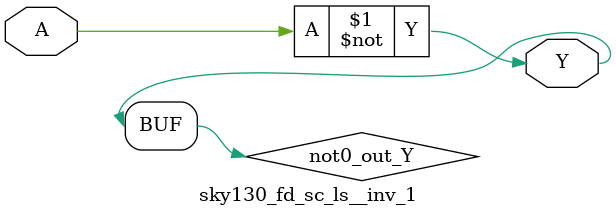
<source format=v>
/*
 * Copyright 2020 The SkyWater PDK Authors
 *
 * Licensed under the Apache License, Version 2.0 (the "License");
 * you may not use this file except in compliance with the License.
 * You may obtain a copy of the License at
 *
 *     https://www.apache.org/licenses/LICENSE-2.0
 *
 * Unless required by applicable law or agreed to in writing, software
 * distributed under the License is distributed on an "AS IS" BASIS,
 * WITHOUT WARRANTIES OR CONDITIONS OF ANY KIND, either express or implied.
 * See the License for the specific language governing permissions and
 * limitations under the License.
 *
 * SPDX-License-Identifier: Apache-2.0
*/


`ifndef SKY130_FD_SC_LS__INV_1_FUNCTIONAL_V
`define SKY130_FD_SC_LS__INV_1_FUNCTIONAL_V

/**
 * inv: Inverter.
 *
 * Verilog simulation functional model.
 */

`timescale 1ns / 1ps
`default_nettype none

`celldefine
module sky130_fd_sc_ls__inv_1 (
    Y,
    A
);

    // Module ports
    output Y;
    input  A;

    // Local signals
    wire not0_out_Y;

    //  Name  Output      Other arguments
    not not0 (not0_out_Y, A              );
    buf buf0 (Y         , not0_out_Y     );

endmodule
`endcelldefine

`default_nettype wire
`endif  // SKY130_FD_SC_LS__INV_1_FUNCTIONAL_V

</source>
